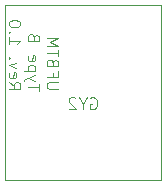
<source format=gbo>
G04 #@! TF.GenerationSoftware,KiCad,Pcbnew,9.0.2*
G04 #@! TF.CreationDate,2025-07-09T02:52:23-04:00*
G04 #@! TF.ProjectId,FBT,4642542e-6b69-4636-9164-5f7063625858,rev?*
G04 #@! TF.SameCoordinates,Original*
G04 #@! TF.FileFunction,Legend,Bot*
G04 #@! TF.FilePolarity,Positive*
%FSLAX46Y46*%
G04 Gerber Fmt 4.6, Leading zero omitted, Abs format (unit mm)*
G04 Created by KiCad (PCBNEW 9.0.2) date 2025-07-09 02:52:23*
%MOMM*%
%LPD*%
G01*
G04 APERTURE LIST*
%ADD10C,0.100000*%
%ADD11C,0.120000*%
G04 APERTURE END LIST*
D10*
X172547468Y-125006115D02*
X171737945Y-125006115D01*
X171737945Y-125006115D02*
X171642707Y-124958496D01*
X171642707Y-124958496D02*
X171595088Y-124910877D01*
X171595088Y-124910877D02*
X171547468Y-124815639D01*
X171547468Y-124815639D02*
X171547468Y-124625163D01*
X171547468Y-124625163D02*
X171595088Y-124529925D01*
X171595088Y-124529925D02*
X171642707Y-124482306D01*
X171642707Y-124482306D02*
X171737945Y-124434687D01*
X171737945Y-124434687D02*
X172547468Y-124434687D01*
X172071278Y-123625163D02*
X172071278Y-123958496D01*
X171547468Y-123958496D02*
X172547468Y-123958496D01*
X172547468Y-123958496D02*
X172547468Y-123482306D01*
X172071278Y-122768020D02*
X172023659Y-122625163D01*
X172023659Y-122625163D02*
X171976040Y-122577544D01*
X171976040Y-122577544D02*
X171880802Y-122529925D01*
X171880802Y-122529925D02*
X171737945Y-122529925D01*
X171737945Y-122529925D02*
X171642707Y-122577544D01*
X171642707Y-122577544D02*
X171595088Y-122625163D01*
X171595088Y-122625163D02*
X171547468Y-122720401D01*
X171547468Y-122720401D02*
X171547468Y-123101353D01*
X171547468Y-123101353D02*
X172547468Y-123101353D01*
X172547468Y-123101353D02*
X172547468Y-122768020D01*
X172547468Y-122768020D02*
X172499849Y-122672782D01*
X172499849Y-122672782D02*
X172452230Y-122625163D01*
X172452230Y-122625163D02*
X172356992Y-122577544D01*
X172356992Y-122577544D02*
X172261754Y-122577544D01*
X172261754Y-122577544D02*
X172166516Y-122625163D01*
X172166516Y-122625163D02*
X172118897Y-122672782D01*
X172118897Y-122672782D02*
X172071278Y-122768020D01*
X172071278Y-122768020D02*
X172071278Y-123101353D01*
X172547468Y-122244210D02*
X172547468Y-121672782D01*
X171547468Y-121958496D02*
X172547468Y-121958496D01*
X171547468Y-121339448D02*
X172547468Y-121339448D01*
X172547468Y-121339448D02*
X171833183Y-121006115D01*
X171833183Y-121006115D02*
X172547468Y-120672782D01*
X172547468Y-120672782D02*
X171547468Y-120672782D01*
X170937524Y-125148972D02*
X170937524Y-124577544D01*
X169937524Y-124863258D02*
X170937524Y-124863258D01*
X170604191Y-124339448D02*
X169937524Y-124101353D01*
X170604191Y-123863258D02*
X169937524Y-124101353D01*
X169937524Y-124101353D02*
X169699429Y-124196591D01*
X169699429Y-124196591D02*
X169651810Y-124244210D01*
X169651810Y-124244210D02*
X169604191Y-124339448D01*
X170604191Y-123482305D02*
X169604191Y-123482305D01*
X170556572Y-123482305D02*
X170604191Y-123387067D01*
X170604191Y-123387067D02*
X170604191Y-123196591D01*
X170604191Y-123196591D02*
X170556572Y-123101353D01*
X170556572Y-123101353D02*
X170508953Y-123053734D01*
X170508953Y-123053734D02*
X170413715Y-123006115D01*
X170413715Y-123006115D02*
X170128001Y-123006115D01*
X170128001Y-123006115D02*
X170032763Y-123053734D01*
X170032763Y-123053734D02*
X169985144Y-123101353D01*
X169985144Y-123101353D02*
X169937524Y-123196591D01*
X169937524Y-123196591D02*
X169937524Y-123387067D01*
X169937524Y-123387067D02*
X169985144Y-123482305D01*
X169985144Y-122196591D02*
X169937524Y-122291829D01*
X169937524Y-122291829D02*
X169937524Y-122482305D01*
X169937524Y-122482305D02*
X169985144Y-122577543D01*
X169985144Y-122577543D02*
X170080382Y-122625162D01*
X170080382Y-122625162D02*
X170461334Y-122625162D01*
X170461334Y-122625162D02*
X170556572Y-122577543D01*
X170556572Y-122577543D02*
X170604191Y-122482305D01*
X170604191Y-122482305D02*
X170604191Y-122291829D01*
X170604191Y-122291829D02*
X170556572Y-122196591D01*
X170556572Y-122196591D02*
X170461334Y-122148972D01*
X170461334Y-122148972D02*
X170366096Y-122148972D01*
X170366096Y-122148972D02*
X170270858Y-122625162D01*
X170461334Y-120625162D02*
X170413715Y-120482305D01*
X170413715Y-120482305D02*
X170366096Y-120434686D01*
X170366096Y-120434686D02*
X170270858Y-120387067D01*
X170270858Y-120387067D02*
X170128001Y-120387067D01*
X170128001Y-120387067D02*
X170032763Y-120434686D01*
X170032763Y-120434686D02*
X169985144Y-120482305D01*
X169985144Y-120482305D02*
X169937524Y-120577543D01*
X169937524Y-120577543D02*
X169937524Y-120958495D01*
X169937524Y-120958495D02*
X170937524Y-120958495D01*
X170937524Y-120958495D02*
X170937524Y-120625162D01*
X170937524Y-120625162D02*
X170889905Y-120529924D01*
X170889905Y-120529924D02*
X170842286Y-120482305D01*
X170842286Y-120482305D02*
X170747048Y-120434686D01*
X170747048Y-120434686D02*
X170651810Y-120434686D01*
X170651810Y-120434686D02*
X170556572Y-120482305D01*
X170556572Y-120482305D02*
X170508953Y-120529924D01*
X170508953Y-120529924D02*
X170461334Y-120625162D01*
X170461334Y-120625162D02*
X170461334Y-120958495D01*
X168327580Y-124434687D02*
X168803771Y-124768020D01*
X168327580Y-125006115D02*
X169327580Y-125006115D01*
X169327580Y-125006115D02*
X169327580Y-124625163D01*
X169327580Y-124625163D02*
X169279961Y-124529925D01*
X169279961Y-124529925D02*
X169232342Y-124482306D01*
X169232342Y-124482306D02*
X169137104Y-124434687D01*
X169137104Y-124434687D02*
X168994247Y-124434687D01*
X168994247Y-124434687D02*
X168899009Y-124482306D01*
X168899009Y-124482306D02*
X168851390Y-124529925D01*
X168851390Y-124529925D02*
X168803771Y-124625163D01*
X168803771Y-124625163D02*
X168803771Y-125006115D01*
X168375200Y-123625163D02*
X168327580Y-123720401D01*
X168327580Y-123720401D02*
X168327580Y-123910877D01*
X168327580Y-123910877D02*
X168375200Y-124006115D01*
X168375200Y-124006115D02*
X168470438Y-124053734D01*
X168470438Y-124053734D02*
X168851390Y-124053734D01*
X168851390Y-124053734D02*
X168946628Y-124006115D01*
X168946628Y-124006115D02*
X168994247Y-123910877D01*
X168994247Y-123910877D02*
X168994247Y-123720401D01*
X168994247Y-123720401D02*
X168946628Y-123625163D01*
X168946628Y-123625163D02*
X168851390Y-123577544D01*
X168851390Y-123577544D02*
X168756152Y-123577544D01*
X168756152Y-123577544D02*
X168660914Y-124053734D01*
X168994247Y-123244210D02*
X168327580Y-123006115D01*
X168327580Y-123006115D02*
X168994247Y-122768020D01*
X168422819Y-122387067D02*
X168375200Y-122339448D01*
X168375200Y-122339448D02*
X168327580Y-122387067D01*
X168327580Y-122387067D02*
X168375200Y-122434686D01*
X168375200Y-122434686D02*
X168422819Y-122387067D01*
X168422819Y-122387067D02*
X168327580Y-122387067D01*
X168327580Y-120625163D02*
X168327580Y-121196591D01*
X168327580Y-120910877D02*
X169327580Y-120910877D01*
X169327580Y-120910877D02*
X169184723Y-121006115D01*
X169184723Y-121006115D02*
X169089485Y-121101353D01*
X169089485Y-121101353D02*
X169041866Y-121196591D01*
X168422819Y-120196591D02*
X168375200Y-120148972D01*
X168375200Y-120148972D02*
X168327580Y-120196591D01*
X168327580Y-120196591D02*
X168375200Y-120244210D01*
X168375200Y-120244210D02*
X168422819Y-120196591D01*
X168422819Y-120196591D02*
X168327580Y-120196591D01*
X169327580Y-119529925D02*
X169327580Y-119434687D01*
X169327580Y-119434687D02*
X169279961Y-119339449D01*
X169279961Y-119339449D02*
X169232342Y-119291830D01*
X169232342Y-119291830D02*
X169137104Y-119244211D01*
X169137104Y-119244211D02*
X168946628Y-119196592D01*
X168946628Y-119196592D02*
X168708533Y-119196592D01*
X168708533Y-119196592D02*
X168518057Y-119244211D01*
X168518057Y-119244211D02*
X168422819Y-119291830D01*
X168422819Y-119291830D02*
X168375200Y-119339449D01*
X168375200Y-119339449D02*
X168327580Y-119434687D01*
X168327580Y-119434687D02*
X168327580Y-119529925D01*
X168327580Y-119529925D02*
X168375200Y-119625163D01*
X168375200Y-119625163D02*
X168422819Y-119672782D01*
X168422819Y-119672782D02*
X168518057Y-119720401D01*
X168518057Y-119720401D02*
X168708533Y-119768020D01*
X168708533Y-119768020D02*
X168946628Y-119768020D01*
X168946628Y-119768020D02*
X169137104Y-119720401D01*
X169137104Y-119720401D02*
X169232342Y-119672782D01*
X169232342Y-119672782D02*
X169279961Y-119625163D01*
X169279961Y-119625163D02*
X169327580Y-119529925D01*
X175262857Y-125765038D02*
X175358095Y-125717419D01*
X175358095Y-125717419D02*
X175500952Y-125717419D01*
X175500952Y-125717419D02*
X175643809Y-125765038D01*
X175643809Y-125765038D02*
X175739047Y-125860276D01*
X175739047Y-125860276D02*
X175786666Y-125955514D01*
X175786666Y-125955514D02*
X175834285Y-126145990D01*
X175834285Y-126145990D02*
X175834285Y-126288847D01*
X175834285Y-126288847D02*
X175786666Y-126479323D01*
X175786666Y-126479323D02*
X175739047Y-126574561D01*
X175739047Y-126574561D02*
X175643809Y-126669800D01*
X175643809Y-126669800D02*
X175500952Y-126717419D01*
X175500952Y-126717419D02*
X175405714Y-126717419D01*
X175405714Y-126717419D02*
X175262857Y-126669800D01*
X175262857Y-126669800D02*
X175215238Y-126622180D01*
X175215238Y-126622180D02*
X175215238Y-126288847D01*
X175215238Y-126288847D02*
X175405714Y-126288847D01*
X174596190Y-126241228D02*
X174596190Y-126717419D01*
X174929523Y-125717419D02*
X174596190Y-126241228D01*
X174596190Y-126241228D02*
X174262857Y-125717419D01*
X173977142Y-125812657D02*
X173929523Y-125765038D01*
X173929523Y-125765038D02*
X173834285Y-125717419D01*
X173834285Y-125717419D02*
X173596190Y-125717419D01*
X173596190Y-125717419D02*
X173500952Y-125765038D01*
X173500952Y-125765038D02*
X173453333Y-125812657D01*
X173453333Y-125812657D02*
X173405714Y-125907895D01*
X173405714Y-125907895D02*
X173405714Y-126003133D01*
X173405714Y-126003133D02*
X173453333Y-126145990D01*
X173453333Y-126145990D02*
X174024761Y-126717419D01*
X174024761Y-126717419D02*
X173405714Y-126717419D01*
D11*
X181244000Y-132704000D02*
X167996000Y-132704000D01*
X167996000Y-117916000D01*
X181244000Y-117916000D01*
X181244000Y-132704000D01*
M02*

</source>
